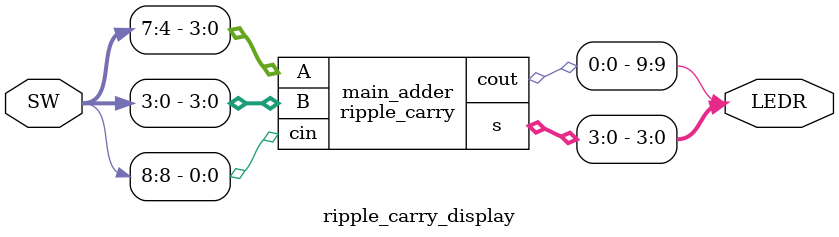
<source format=v>
`timescale 1ns / 1ns // `timescale time_unit/time_precision


module mux_2_to_1(a, b, s, out);
	// 2-1 mux
	input a;
	input b;
	input s;
	
	output out;
	
	assign out = s & b | ~s & a;
endmodule

module full_adder(cin, a, b, sum, cout);
	input cin;
	input a;
	input b;
	
	output sum;
	output cout;
	
	wire AB;
	
	assign AB = a ^ b; // a XOR b
	
	mux_2_to_1 mux(.a(b), .b(cin), .s(AB), .out(cout)); // assigns cout to mux of b, cin, and wire AB
	
	assign sum = cin ^ AB; // cin XOR a XOR b

endmodule

module ripple_carry(A, B, cin, s, cout);
// logic of the ripple-carry adder
	input [3:0]A;
	input [3:0]B;
	input cin;
	output [3:0]s;
	output cout;
	wire [2:0]other_cin;
	
	full_adder adder_0(.cin(cin), .a(A[0]), .b(B[0]), .sum(s[0]), .cout(other_cin[0]));
	full_adder adder_1(.cin(other_cin[0]), .a(A[1]), .b(B[1]), .sum(s[1]), .cout(other_cin[1]));
	full_adder adder_2(.cin(other_cin[1]), .a(A[2]), .b(B[2]), .sum(s[2]), .cout(other_cin[2]));
	full_adder adder_3(.cin(other_cin[2]), .a(A[3]), .b(B[3]), .sum(s[3]), .cout(cout));
endmodule

module ripple_carry_display(SW, LEDR);
// display of the ripple-carry adder
	input [9:0]SW;
	output [9:0]LEDR;
	
	ripple_carry main_adder(.A(SW[7:4]), .B(SW[3:0]), .cin(SW[8]), .s(LEDR[3:0]), .cout(LEDR[9]));
endmodule

</source>
